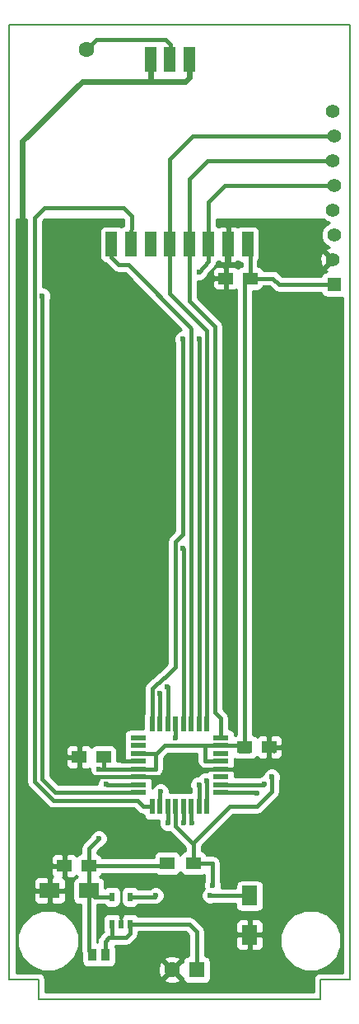
<source format=gbl>
G04 #@! TF.FileFunction,Copper,L2,Bot,Signal*
%FSLAX46Y46*%
G04 Gerber Fmt 4.6, Leading zero omitted, Abs format (unit mm)*
G04 Created by KiCad (PCBNEW 4.0.2-stable) date 15.03.2017 10:40:45*
%MOMM*%
G01*
G04 APERTURE LIST*
%ADD10C,0.100000*%
%ADD11C,0.150000*%
%ADD12C,1.397000*%
%ADD13R,1.397000X1.397000*%
%ADD14R,1.600000X0.550000*%
%ADD15R,0.550000X1.600000*%
%ADD16R,1.500000X1.250000*%
%ADD17R,1.500000X1.300000*%
%ADD18C,1.600000*%
%ADD19R,1.600000X1.600000*%
%ADD20R,1.200000X2.524000*%
%ADD21R,1.600000X2.000000*%
%ADD22R,2.000000X1.600000*%
%ADD23R,0.600000X0.900000*%
%ADD24R,0.970000X1.270000*%
%ADD25C,0.600000*%
%ADD26C,0.400000*%
%ADD27C,0.250000*%
%ADD28C,0.600000*%
%ADD29C,0.254000*%
G04 APERTURE END LIST*
D10*
D11*
X166000000Y-128000000D02*
X166000000Y-30000000D01*
X131000000Y-30000000D02*
X131000000Y-128000000D01*
X131000000Y-30000000D02*
X166000000Y-30000000D01*
X134000000Y-128000000D02*
X131000000Y-128000000D01*
X166000000Y-128000000D02*
X163000000Y-128000000D01*
X134000000Y-130000000D02*
X134000000Y-128000000D01*
X163000000Y-130000000D02*
X134000000Y-130000000D01*
X163000000Y-128000000D02*
X163000000Y-130000000D01*
D12*
X164277040Y-49022000D03*
X164398960Y-46482000D03*
X164398960Y-51562000D03*
X164277040Y-43942000D03*
X164277040Y-54102000D03*
X164398960Y-41402000D03*
D13*
X164398960Y-56642000D03*
D12*
X164277040Y-38862000D03*
D14*
X144250000Y-108800000D03*
X144250000Y-108000000D03*
X144250000Y-107200000D03*
X144250000Y-106400000D03*
X144250000Y-105600000D03*
X144250000Y-104800000D03*
X144250000Y-104000000D03*
X144250000Y-103200000D03*
D15*
X145700000Y-101750000D03*
X146500000Y-101750000D03*
X147300000Y-101750000D03*
X148100000Y-101750000D03*
X148900000Y-101750000D03*
X149700000Y-101750000D03*
X150500000Y-101750000D03*
X151300000Y-101750000D03*
D14*
X152750000Y-103200000D03*
X152750000Y-104000000D03*
X152750000Y-104800000D03*
X152750000Y-105600000D03*
X152750000Y-106400000D03*
X152750000Y-107200000D03*
X152750000Y-108000000D03*
X152750000Y-108800000D03*
D15*
X151300000Y-110250000D03*
X150500000Y-110250000D03*
X149700000Y-110250000D03*
X148900000Y-110250000D03*
X148100000Y-110250000D03*
X147300000Y-110250000D03*
X146500000Y-110250000D03*
X145700000Y-110250000D03*
D16*
X140696000Y-105156000D03*
X138196000Y-105156000D03*
X155750000Y-56000000D03*
X153250000Y-56000000D03*
X155214000Y-104140000D03*
X157714000Y-104140000D03*
D17*
X147240000Y-116078000D03*
X149940000Y-116078000D03*
D18*
X138938000Y-32512000D03*
D19*
X150270000Y-127000000D03*
D18*
X147730000Y-127000000D03*
D20*
X155500000Y-52500000D03*
X153500000Y-52500000D03*
X151500000Y-52500000D03*
X149500000Y-52500000D03*
X147500000Y-52500000D03*
X145500000Y-52500000D03*
X143500000Y-52500000D03*
X141500000Y-52500000D03*
X147500000Y-33500000D03*
X149500000Y-33500000D03*
X145500000Y-33500000D03*
D21*
X155702000Y-119412000D03*
X155702000Y-123412000D03*
D22*
X139160000Y-118872000D03*
X135160000Y-118872000D03*
D16*
X139172000Y-116332000D03*
X136672000Y-116332000D03*
D23*
X141544000Y-119504000D03*
X142494000Y-122304000D03*
X143444000Y-119504000D03*
X141544000Y-122304000D03*
X143444000Y-122304000D03*
D24*
X140848000Y-125476000D03*
X139568000Y-125476000D03*
D25*
X153289000Y-58547000D03*
X145542000Y-35814000D03*
X140208000Y-113538000D03*
X140208000Y-106426000D03*
X150495000Y-55372000D03*
X150495000Y-62230000D03*
X140970000Y-107950000D03*
X157226000Y-107950000D03*
X134366000Y-57785000D03*
X148844000Y-62230000D03*
X149733000Y-111950500D03*
X148907500Y-111950500D03*
X156464000Y-108839000D03*
X147256500Y-97917000D03*
X148844000Y-83756500D03*
X146494500Y-98615500D03*
X151257000Y-107569000D03*
X150495000Y-108013500D03*
X147320000Y-111950500D03*
X146558000Y-108712000D03*
X157988000Y-107188000D03*
X151892000Y-118364000D03*
X151638000Y-119380000D03*
X146050000Y-119380000D03*
X148082000Y-103187500D03*
D26*
X138938000Y-32512000D02*
X139954000Y-31496000D01*
X139954000Y-31496000D02*
X147066000Y-31496000D01*
X147066000Y-31496000D02*
X147590000Y-32020000D01*
X147590000Y-32020000D02*
X147590000Y-33410000D01*
X147590000Y-33410000D02*
X147500000Y-33500000D01*
D27*
X147500000Y-33500000D02*
X147590000Y-32020000D01*
X147066000Y-31496000D02*
X139954000Y-31496000D01*
X147590000Y-32020000D02*
X147066000Y-31496000D01*
D26*
X153250000Y-56000000D02*
X153250000Y-58508000D01*
X153250000Y-58508000D02*
X153289000Y-58547000D01*
X151320500Y-106400000D02*
X147346000Y-106400000D01*
X147346000Y-106400000D02*
X146546000Y-107200000D01*
X152750000Y-106400000D02*
X151320500Y-106400000D01*
X146546000Y-107200000D02*
X144250000Y-107200000D01*
D28*
X145542000Y-35814000D02*
X149098000Y-35814000D01*
X149500000Y-35412000D02*
X149500000Y-33500000D01*
X149098000Y-35814000D02*
X149500000Y-35412000D01*
X145542000Y-35814000D02*
X145542000Y-33542000D01*
D27*
X145542000Y-33542000D02*
X145500000Y-33500000D01*
D26*
X136672000Y-116332000D02*
X135128000Y-116332000D01*
X135160000Y-116364000D02*
X135160000Y-118872000D01*
D27*
X135128000Y-116332000D02*
X135160000Y-116364000D01*
X145542000Y-35766000D02*
X145590000Y-35766000D01*
D28*
X132334000Y-41910000D02*
X132334000Y-50800000D01*
X138478000Y-35766000D02*
X132334000Y-41910000D01*
X145590000Y-35766000D02*
X138478000Y-35766000D01*
D27*
X145542000Y-35814000D02*
X145542000Y-35766000D01*
D26*
X144250000Y-107200000D02*
X138696000Y-107200000D01*
X138696000Y-107200000D02*
X138196000Y-106700000D01*
X138196000Y-106700000D02*
X138196000Y-105156000D01*
X144250000Y-105600000D02*
X142558000Y-105600000D01*
X142558000Y-105600000D02*
X142240000Y-105282000D01*
X142240000Y-105282000D02*
X142240000Y-104394000D01*
X142240000Y-104394000D02*
X141478000Y-103632000D01*
X141478000Y-103632000D02*
X138430000Y-103632000D01*
X138430000Y-103632000D02*
X138196000Y-103866000D01*
X138196000Y-103866000D02*
X138196000Y-105156000D01*
X152750000Y-106400000D02*
X156438000Y-106400000D01*
X157714000Y-105124000D02*
X157714000Y-104140000D01*
X156438000Y-106400000D02*
X157714000Y-105124000D01*
D27*
X158216000Y-104642000D02*
X157714000Y-104140000D01*
X155702000Y-123412000D02*
X154972000Y-123412000D01*
X145500000Y-33500000D02*
X145410000Y-33568000D01*
X145410000Y-33568000D02*
X145622000Y-33356000D01*
X138196000Y-105156000D02*
X138196000Y-105320000D01*
X157714000Y-104140000D02*
X157714000Y-103944000D01*
X149500000Y-33500000D02*
X149410000Y-33356000D01*
X157714000Y-104140000D02*
X157714000Y-104344000D01*
X153416000Y-52416000D02*
X153500000Y-52500000D01*
X153250000Y-56000000D02*
X153250000Y-52750000D01*
X153250000Y-52750000D02*
X153500000Y-52500000D01*
X140696000Y-106426000D02*
X140716000Y-106426000D01*
D26*
X140696000Y-105156000D02*
X140696000Y-106426000D01*
X140716000Y-106426000D02*
X141986000Y-106426000D01*
X140208000Y-106426000D02*
X140716000Y-106426000D01*
X139172000Y-114574000D02*
X140208000Y-113538000D01*
X139172000Y-116332000D02*
X139172000Y-114574000D01*
D27*
X141986000Y-106426000D02*
X141986000Y-106400000D01*
X140696000Y-105156000D02*
X140696000Y-105390000D01*
D26*
X141986000Y-106400000D02*
X144250000Y-106400000D01*
X152750000Y-104000000D02*
X155074000Y-104000000D01*
D27*
X155074000Y-104000000D02*
X155214000Y-104140000D01*
D26*
X155214000Y-104140000D02*
X155214000Y-56536000D01*
D27*
X155214000Y-56536000D02*
X155750000Y-56000000D01*
D26*
X155750000Y-56000000D02*
X158108000Y-56000000D01*
X158750000Y-56642000D02*
X164398960Y-56642000D01*
X158108000Y-56000000D02*
X158750000Y-56642000D01*
X141544000Y-119504000D02*
X139792000Y-119504000D01*
D27*
X139792000Y-119504000D02*
X139160000Y-118872000D01*
D26*
X139160000Y-118872000D02*
X139160000Y-125068000D01*
X139160000Y-125068000D02*
X139568000Y-125476000D01*
X139172000Y-116332000D02*
X139172000Y-118860000D01*
D27*
X139172000Y-118860000D02*
X139160000Y-118872000D01*
X147240000Y-116078000D02*
X147240000Y-116412000D01*
D26*
X147240000Y-116412000D02*
X146304000Y-116332000D01*
X146304000Y-116332000D02*
X139172000Y-116332000D01*
X152750000Y-104000000D02*
X151270000Y-104000000D01*
D27*
X151270000Y-104000000D02*
X151130000Y-104140000D01*
D26*
X151130000Y-104140000D02*
X151130000Y-105410000D01*
X151320000Y-105600000D02*
X152750000Y-105600000D01*
D27*
X151130000Y-105410000D02*
X151320000Y-105600000D01*
D26*
X152750000Y-105600000D02*
X151194000Y-105600000D01*
X151194000Y-105600000D02*
X151130000Y-105536000D01*
X151130000Y-105536000D02*
X151130000Y-104140000D01*
X152750000Y-104000000D02*
X146952000Y-104000000D01*
X146952000Y-104000000D02*
X146050000Y-104902000D01*
X144250000Y-106400000D02*
X146024000Y-106400000D01*
D27*
X146024000Y-106400000D02*
X146050000Y-106374000D01*
D26*
X146050000Y-106374000D02*
X146050000Y-104902000D01*
X145948000Y-104800000D02*
X144250000Y-104800000D01*
D27*
X146050000Y-104902000D02*
X145948000Y-104800000D01*
X140696000Y-105156000D02*
X140696000Y-104772000D01*
X154686000Y-104648000D02*
X155702000Y-104648000D01*
X154638000Y-104600000D02*
X154686000Y-104648000D01*
D26*
X155750000Y-56000000D02*
X155750000Y-52750000D01*
D27*
X155750000Y-52750000D02*
X155500000Y-52500000D01*
D26*
X149500000Y-52500000D02*
X149500000Y-58314000D01*
X149500000Y-58314000D02*
X152146000Y-60960000D01*
X152146000Y-60960000D02*
X152146000Y-100584000D01*
X152750000Y-101188000D02*
X152750000Y-103200000D01*
X152146000Y-100584000D02*
X152750000Y-101188000D01*
X149500000Y-52500000D02*
X149500000Y-45826000D01*
X151384000Y-43942000D02*
X164277040Y-43942000D01*
X149500000Y-45826000D02*
X151384000Y-43942000D01*
X150500000Y-101750000D02*
X150500000Y-62235000D01*
X150500000Y-62235000D02*
X150495000Y-62230000D01*
X150431500Y-101681500D02*
X150500000Y-101750000D01*
X164398960Y-46482000D02*
X153162000Y-46482000D01*
X151500000Y-48144000D02*
X151500000Y-52500000D01*
X153162000Y-46482000D02*
X151500000Y-48144000D01*
X151500000Y-52500000D02*
X151500000Y-54240000D01*
X151500000Y-54240000D02*
X150495000Y-55372000D01*
D27*
X151410000Y-52036000D02*
X151500000Y-52500000D01*
X150495000Y-55372000D02*
X150495000Y-55372000D01*
D26*
X147500000Y-52500000D02*
X147500000Y-43762000D01*
X149860000Y-41402000D02*
X164398960Y-41402000D01*
X147500000Y-43762000D02*
X149860000Y-41402000D01*
X151300000Y-101750000D02*
X151300000Y-61384000D01*
X147500000Y-57584000D02*
X147500000Y-52500000D01*
X151300000Y-61384000D02*
X147500000Y-57584000D01*
X133604000Y-107188000D02*
X133604000Y-107696000D01*
X144145000Y-109601000D02*
X144794000Y-110250000D01*
X135509000Y-109601000D02*
X144145000Y-109601000D01*
X133604000Y-107696000D02*
X135509000Y-109601000D01*
X143500000Y-52500000D02*
X143590000Y-49610000D01*
X134620000Y-48768000D02*
X133604000Y-49784000D01*
X142748000Y-48768000D02*
X134620000Y-48768000D01*
X143590000Y-49610000D02*
X142748000Y-48768000D01*
X144794000Y-110250000D02*
X145700000Y-110250000D01*
X133604000Y-49784000D02*
X133604000Y-107188000D01*
X149700000Y-101750000D02*
X149700000Y-61181000D01*
X149700000Y-61181000D02*
X149573000Y-61054000D01*
X149573000Y-61054000D02*
X143256000Y-54610000D01*
X143256000Y-54610000D02*
X142240000Y-54610000D01*
X142240000Y-54610000D02*
X141500000Y-53870000D01*
X141500000Y-53870000D02*
X141500000Y-52500000D01*
D27*
X140970000Y-107950000D02*
X141020000Y-108000000D01*
D26*
X141020000Y-108000000D02*
X144250000Y-108000000D01*
X157176000Y-108000000D02*
X152750000Y-108000000D01*
X157226000Y-107950000D02*
X157176000Y-108000000D01*
X144250000Y-108800000D02*
X135724000Y-108800000D01*
X134366000Y-107442000D02*
X134366000Y-57785000D01*
X135724000Y-108800000D02*
X134366000Y-107442000D01*
X146925596Y-97013418D02*
X146953582Y-97013418D01*
X148082000Y-95885000D02*
X148082000Y-83058000D01*
X146953582Y-97013418D02*
X148082000Y-95885000D01*
X148844000Y-76200000D02*
X148844000Y-82296000D01*
X148844000Y-82296000D02*
X148082000Y-83058000D01*
X148844000Y-62230000D02*
X148844000Y-76200000D01*
X145700000Y-98140000D02*
X145700000Y-101750000D01*
X146925596Y-97013418D02*
X145700000Y-98140000D01*
X149700000Y-111917500D02*
X149700000Y-110250000D01*
X149733000Y-111950500D02*
X149700000Y-111917500D01*
X148907500Y-111950500D02*
X148900000Y-111943000D01*
X148900000Y-111943000D02*
X148900000Y-110250000D01*
X156425000Y-108800000D02*
X152750000Y-108800000D01*
X156464000Y-108839000D02*
X156425000Y-108800000D01*
X147256500Y-97917000D02*
X147300000Y-97960500D01*
X147300000Y-97960500D02*
X147300000Y-101750000D01*
X148900000Y-83812500D02*
X148900000Y-101750000D01*
X148844000Y-83756500D02*
X148900000Y-83812500D01*
X146494500Y-98615500D02*
X146500000Y-98621000D01*
X146500000Y-98621000D02*
X146500000Y-101750000D01*
X151257000Y-107569000D02*
X151300000Y-107612000D01*
X151300000Y-107612000D02*
X151300000Y-110250000D01*
X151257000Y-110207000D02*
X151300000Y-110250000D01*
X150500000Y-108209000D02*
X150500000Y-110250000D01*
X150495000Y-108013500D02*
X150500000Y-108209000D01*
X147300000Y-111930500D02*
X147300000Y-110250000D01*
D27*
X147320000Y-111950500D02*
X147300000Y-111930500D01*
D26*
X146500000Y-108770000D02*
X146500000Y-110250000D01*
D27*
X146558000Y-108712000D02*
X146500000Y-108770000D01*
X149940000Y-113966000D02*
X149940000Y-114126000D01*
D26*
X153670000Y-110236000D02*
X149940000Y-113966000D01*
X156464000Y-110236000D02*
X153670000Y-110236000D01*
X157988000Y-108712000D02*
X156464000Y-110236000D01*
X157988000Y-107188000D02*
X157988000Y-108712000D01*
X149940000Y-116078000D02*
X151892000Y-116078000D01*
X151892000Y-116078000D02*
X151892000Y-118364000D01*
X149940000Y-116078000D02*
X149940000Y-114126000D01*
X148100000Y-112286000D02*
X148100000Y-110250000D01*
X149940000Y-114126000D02*
X148100000Y-112286000D01*
X141544000Y-122304000D02*
X141544000Y-123698000D01*
X141544000Y-123698000D02*
X141478000Y-123698000D01*
X143444000Y-122304000D02*
X143444000Y-123256000D01*
X140848000Y-124074000D02*
X140848000Y-125476000D01*
X141224000Y-123698000D02*
X140848000Y-124074000D01*
X143002000Y-123698000D02*
X141478000Y-123698000D01*
X141478000Y-123698000D02*
X141224000Y-123698000D01*
X143444000Y-123256000D02*
X143002000Y-123698000D01*
X150270000Y-127000000D02*
X150270000Y-123092000D01*
X150270000Y-123092000D02*
X149482000Y-122304000D01*
X149482000Y-122304000D02*
X143444000Y-122304000D01*
X155702000Y-119412000D02*
X151670000Y-119412000D01*
D27*
X151670000Y-119412000D02*
X151638000Y-119380000D01*
D26*
X143444000Y-119504000D02*
X145926000Y-119504000D01*
D27*
X145926000Y-119504000D02*
X146050000Y-119380000D01*
D26*
X148100000Y-101750000D02*
X148100000Y-103169500D01*
X148100000Y-103169500D02*
X148082000Y-103187500D01*
D29*
G36*
X132769000Y-107696000D02*
X132832561Y-108015541D01*
X132964792Y-108213439D01*
X133013566Y-108286434D01*
X134918566Y-110191434D01*
X135189459Y-110372439D01*
X135509000Y-110436000D01*
X143799132Y-110436000D01*
X144203566Y-110840434D01*
X144474460Y-111021440D01*
X144783763Y-111082964D01*
X144821838Y-111285317D01*
X144960910Y-111501441D01*
X145173110Y-111646431D01*
X145425000Y-111697440D01*
X145975000Y-111697440D01*
X146104589Y-111673056D01*
X146225000Y-111697440D01*
X146412676Y-111697440D01*
X146385162Y-111763701D01*
X146384838Y-112135667D01*
X146526883Y-112479443D01*
X146789673Y-112742692D01*
X147133201Y-112885338D01*
X147505167Y-112885662D01*
X147514810Y-112881678D01*
X149105000Y-114471868D01*
X149105000Y-114796554D01*
X148954683Y-114824838D01*
X148738559Y-114963910D01*
X148593569Y-115176110D01*
X148590919Y-115189197D01*
X148454090Y-114976559D01*
X148241890Y-114831569D01*
X147990000Y-114780560D01*
X146490000Y-114780560D01*
X146254683Y-114824838D01*
X146038559Y-114963910D01*
X145893569Y-115176110D01*
X145842560Y-115428000D01*
X145842560Y-115497000D01*
X140529926Y-115497000D01*
X140525162Y-115471683D01*
X140386090Y-115255559D01*
X140173890Y-115110569D01*
X140007000Y-115076773D01*
X140007000Y-114919868D01*
X140496333Y-114430535D01*
X140736943Y-114331117D01*
X141000192Y-114068327D01*
X141142838Y-113724799D01*
X141143162Y-113352833D01*
X141001117Y-113009057D01*
X140738327Y-112745808D01*
X140394799Y-112603162D01*
X140022833Y-112602838D01*
X139679057Y-112744883D01*
X139415808Y-113007673D01*
X139315222Y-113249910D01*
X138581566Y-113983566D01*
X138400561Y-114254459D01*
X138337000Y-114574000D01*
X138337000Y-115075554D01*
X138186683Y-115103838D01*
X137970559Y-115242910D01*
X137924031Y-115311006D01*
X137781698Y-115168673D01*
X137548309Y-115072000D01*
X136957750Y-115072000D01*
X136799000Y-115230750D01*
X136799000Y-116205000D01*
X136819000Y-116205000D01*
X136819000Y-116459000D01*
X136799000Y-116459000D01*
X136799000Y-117433250D01*
X136957750Y-117592000D01*
X137548309Y-117592000D01*
X137781698Y-117495327D01*
X137922936Y-117354090D01*
X137957910Y-117408441D01*
X138020043Y-117450895D01*
X137924683Y-117468838D01*
X137708559Y-117607910D01*
X137563569Y-117820110D01*
X137512560Y-118072000D01*
X137512560Y-119672000D01*
X137556838Y-119907317D01*
X137695910Y-120123441D01*
X137908110Y-120268431D01*
X138160000Y-120319440D01*
X138325000Y-120319440D01*
X138325000Y-125068000D01*
X138388561Y-125387541D01*
X138435560Y-125457880D01*
X138435560Y-126111000D01*
X138479838Y-126346317D01*
X138618910Y-126562441D01*
X138831110Y-126707431D01*
X139083000Y-126758440D01*
X140053000Y-126758440D01*
X140213690Y-126728204D01*
X140363000Y-126758440D01*
X141333000Y-126758440D01*
X141568317Y-126714162D01*
X141784441Y-126575090D01*
X141929431Y-126362890D01*
X141980440Y-126111000D01*
X141980440Y-125992255D01*
X146901861Y-125992255D01*
X147730000Y-126820395D01*
X148558139Y-125992255D01*
X148484005Y-125746136D01*
X147946777Y-125553035D01*
X147376546Y-125580222D01*
X146975995Y-125746136D01*
X146901861Y-125992255D01*
X141980440Y-125992255D01*
X141980440Y-124841000D01*
X141936162Y-124605683D01*
X141889392Y-124533000D01*
X143002000Y-124533000D01*
X143321541Y-124469439D01*
X143592434Y-124288434D01*
X144034434Y-123846434D01*
X144133614Y-123698000D01*
X144215439Y-123575541D01*
X144279000Y-123256000D01*
X144279000Y-123139000D01*
X149136132Y-123139000D01*
X149435000Y-123437868D01*
X149435000Y-125559146D01*
X149234683Y-125596838D01*
X149018559Y-125735910D01*
X148873569Y-125948110D01*
X148823055Y-126197557D01*
X148737745Y-126171861D01*
X147909605Y-127000000D01*
X148737745Y-127828139D01*
X148823022Y-127802453D01*
X148866838Y-128035317D01*
X149005910Y-128251441D01*
X149218110Y-128396431D01*
X149470000Y-128447440D01*
X151070000Y-128447440D01*
X151305317Y-128403162D01*
X151521441Y-128264090D01*
X151666431Y-128051890D01*
X151717440Y-127800000D01*
X151717440Y-126200000D01*
X151673162Y-125964683D01*
X151534090Y-125748559D01*
X151321890Y-125603569D01*
X151105000Y-125559648D01*
X151105000Y-123697750D01*
X154267000Y-123697750D01*
X154267000Y-124538309D01*
X154363673Y-124771698D01*
X154542301Y-124950327D01*
X154775690Y-125047000D01*
X155416250Y-125047000D01*
X155575000Y-124888250D01*
X155575000Y-123539000D01*
X155829000Y-123539000D01*
X155829000Y-124888250D01*
X155987750Y-125047000D01*
X156628310Y-125047000D01*
X156861699Y-124950327D01*
X157040327Y-124771698D01*
X157102808Y-124620854D01*
X158864457Y-124620854D01*
X159340727Y-125773515D01*
X160221847Y-126656174D01*
X161373674Y-127134454D01*
X162620854Y-127135543D01*
X163773515Y-126659273D01*
X164656174Y-125778153D01*
X165134454Y-124626326D01*
X165135543Y-123379146D01*
X164659273Y-122226485D01*
X163778153Y-121343826D01*
X162626326Y-120865546D01*
X161379146Y-120864457D01*
X160226485Y-121340727D01*
X159343826Y-122221847D01*
X158865546Y-123373674D01*
X158864457Y-124620854D01*
X157102808Y-124620854D01*
X157137000Y-124538309D01*
X157137000Y-123697750D01*
X156978250Y-123539000D01*
X155829000Y-123539000D01*
X155575000Y-123539000D01*
X154425750Y-123539000D01*
X154267000Y-123697750D01*
X151105000Y-123697750D01*
X151105000Y-123092000D01*
X151041439Y-122772459D01*
X150860434Y-122501566D01*
X150644559Y-122285691D01*
X154267000Y-122285691D01*
X154267000Y-123126250D01*
X154425750Y-123285000D01*
X155575000Y-123285000D01*
X155575000Y-121935750D01*
X155829000Y-121935750D01*
X155829000Y-123285000D01*
X156978250Y-123285000D01*
X157137000Y-123126250D01*
X157137000Y-122285691D01*
X157040327Y-122052302D01*
X156861699Y-121873673D01*
X156628310Y-121777000D01*
X155987750Y-121777000D01*
X155829000Y-121935750D01*
X155575000Y-121935750D01*
X155416250Y-121777000D01*
X154775690Y-121777000D01*
X154542301Y-121873673D01*
X154363673Y-122052302D01*
X154267000Y-122285691D01*
X150644559Y-122285691D01*
X150072434Y-121713566D01*
X149801541Y-121532561D01*
X149482000Y-121469000D01*
X144250844Y-121469000D01*
X144208090Y-121402559D01*
X143995890Y-121257569D01*
X143744000Y-121206560D01*
X143144000Y-121206560D01*
X142969531Y-121239389D01*
X142920309Y-121219000D01*
X142779750Y-121219000D01*
X142621000Y-121377750D01*
X142621000Y-121494640D01*
X142547569Y-121602110D01*
X142496560Y-121854000D01*
X142496560Y-122451000D01*
X142491440Y-122451000D01*
X142491440Y-121854000D01*
X142447162Y-121618683D01*
X142367000Y-121494108D01*
X142367000Y-121377750D01*
X142208250Y-121219000D01*
X142067691Y-121219000D01*
X142014411Y-121241069D01*
X141844000Y-121206560D01*
X141244000Y-121206560D01*
X141008683Y-121250838D01*
X140792559Y-121389910D01*
X140647569Y-121602110D01*
X140596560Y-121854000D01*
X140596560Y-122754000D01*
X140640838Y-122989317D01*
X140691863Y-123068613D01*
X140656862Y-123092000D01*
X140633566Y-123107566D01*
X140257566Y-123483566D01*
X140076561Y-123754459D01*
X140013000Y-124074000D01*
X140013000Y-124193560D01*
X139995000Y-124193560D01*
X139995000Y-120339000D01*
X140737156Y-120339000D01*
X140779910Y-120405441D01*
X140992110Y-120550431D01*
X141244000Y-120601440D01*
X141844000Y-120601440D01*
X142079317Y-120557162D01*
X142295441Y-120418090D01*
X142440431Y-120205890D01*
X142491440Y-119954000D01*
X142491440Y-119054000D01*
X142496560Y-119054000D01*
X142496560Y-119954000D01*
X142540838Y-120189317D01*
X142679910Y-120405441D01*
X142892110Y-120550431D01*
X143144000Y-120601440D01*
X143744000Y-120601440D01*
X143979317Y-120557162D01*
X144195441Y-120418090D01*
X144249481Y-120339000D01*
X145926000Y-120339000D01*
X146046667Y-120314998D01*
X146235167Y-120315162D01*
X146578943Y-120173117D01*
X146842192Y-119910327D01*
X146984838Y-119566799D01*
X146985162Y-119194833D01*
X146843117Y-118851057D01*
X146580327Y-118587808D01*
X146236799Y-118445162D01*
X145864833Y-118444838D01*
X145521057Y-118586883D01*
X145438797Y-118669000D01*
X144250844Y-118669000D01*
X144208090Y-118602559D01*
X143995890Y-118457569D01*
X143744000Y-118406560D01*
X143144000Y-118406560D01*
X142908683Y-118450838D01*
X142692559Y-118589910D01*
X142547569Y-118802110D01*
X142496560Y-119054000D01*
X142491440Y-119054000D01*
X142447162Y-118818683D01*
X142308090Y-118602559D01*
X142095890Y-118457569D01*
X141844000Y-118406560D01*
X141244000Y-118406560D01*
X141008683Y-118450838D01*
X140807440Y-118580334D01*
X140807440Y-118072000D01*
X140763162Y-117836683D01*
X140624090Y-117620559D01*
X140411890Y-117475569D01*
X140318248Y-117456606D01*
X140373441Y-117421090D01*
X140518431Y-117208890D01*
X140526914Y-117167000D01*
X146017904Y-117167000D01*
X146025910Y-117179441D01*
X146238110Y-117324431D01*
X146490000Y-117375440D01*
X147990000Y-117375440D01*
X148225317Y-117331162D01*
X148441441Y-117192090D01*
X148586431Y-116979890D01*
X148589081Y-116966803D01*
X148725910Y-117179441D01*
X148938110Y-117324431D01*
X149190000Y-117375440D01*
X150690000Y-117375440D01*
X150925317Y-117331162D01*
X151057000Y-117246426D01*
X151057000Y-117936766D01*
X150957162Y-118177201D01*
X150956838Y-118549167D01*
X151012322Y-118683449D01*
X150845808Y-118849673D01*
X150703162Y-119193201D01*
X150702838Y-119565167D01*
X150844883Y-119908943D01*
X151107673Y-120172192D01*
X151451201Y-120314838D01*
X151823167Y-120315162D01*
X151988132Y-120247000D01*
X154254560Y-120247000D01*
X154254560Y-120412000D01*
X154298838Y-120647317D01*
X154437910Y-120863441D01*
X154650110Y-121008431D01*
X154902000Y-121059440D01*
X156502000Y-121059440D01*
X156737317Y-121015162D01*
X156953441Y-120876090D01*
X157098431Y-120663890D01*
X157149440Y-120412000D01*
X157149440Y-118412000D01*
X157105162Y-118176683D01*
X156966090Y-117960559D01*
X156753890Y-117815569D01*
X156502000Y-117764560D01*
X154902000Y-117764560D01*
X154666683Y-117808838D01*
X154450559Y-117947910D01*
X154305569Y-118160110D01*
X154254560Y-118412000D01*
X154254560Y-118577000D01*
X152815958Y-118577000D01*
X152826838Y-118550799D01*
X152827162Y-118178833D01*
X152727000Y-117936422D01*
X152727000Y-116078000D01*
X152663439Y-115758459D01*
X152482434Y-115487566D01*
X152211541Y-115306561D01*
X151892000Y-115243000D01*
X151302630Y-115243000D01*
X151293162Y-115192683D01*
X151154090Y-114976559D01*
X150941890Y-114831569D01*
X150775000Y-114797773D01*
X150775000Y-114311868D01*
X154015868Y-111071000D01*
X156464000Y-111071000D01*
X156783541Y-111007439D01*
X157054434Y-110826434D01*
X158578434Y-109302434D01*
X158592449Y-109281459D01*
X158759439Y-109031541D01*
X158823000Y-108712000D01*
X158823000Y-107615234D01*
X158922838Y-107374799D01*
X158923162Y-107002833D01*
X158781117Y-106659057D01*
X158518327Y-106395808D01*
X158174799Y-106253162D01*
X157802833Y-106252838D01*
X157459057Y-106394883D01*
X157195808Y-106657673D01*
X157053162Y-107001201D01*
X157053150Y-107014849D01*
X157040833Y-107014838D01*
X156697057Y-107156883D01*
X156688926Y-107165000D01*
X154197440Y-107165000D01*
X154197440Y-106925000D01*
X154177550Y-106819295D01*
X154185000Y-106801310D01*
X154185000Y-106685750D01*
X154088599Y-106589349D01*
X154014090Y-106473559D01*
X153906603Y-106400116D01*
X154001441Y-106339090D01*
X154090495Y-106208755D01*
X154185000Y-106114250D01*
X154185000Y-105998690D01*
X154176532Y-105978247D01*
X154197440Y-105875000D01*
X154197440Y-105351407D01*
X154212110Y-105361431D01*
X154464000Y-105412440D01*
X155964000Y-105412440D01*
X156199317Y-105368162D01*
X156415441Y-105229090D01*
X156461969Y-105160994D01*
X156604302Y-105303327D01*
X156837691Y-105400000D01*
X157428250Y-105400000D01*
X157587000Y-105241250D01*
X157587000Y-104267000D01*
X157841000Y-104267000D01*
X157841000Y-105241250D01*
X157999750Y-105400000D01*
X158590309Y-105400000D01*
X158823698Y-105303327D01*
X159002327Y-105124699D01*
X159099000Y-104891310D01*
X159099000Y-104425750D01*
X158940250Y-104267000D01*
X157841000Y-104267000D01*
X157587000Y-104267000D01*
X157567000Y-104267000D01*
X157567000Y-104013000D01*
X157587000Y-104013000D01*
X157587000Y-103038750D01*
X157841000Y-103038750D01*
X157841000Y-104013000D01*
X158940250Y-104013000D01*
X159099000Y-103854250D01*
X159099000Y-103388690D01*
X159002327Y-103155301D01*
X158823698Y-102976673D01*
X158590309Y-102880000D01*
X157999750Y-102880000D01*
X157841000Y-103038750D01*
X157587000Y-103038750D01*
X157428250Y-102880000D01*
X156837691Y-102880000D01*
X156604302Y-102976673D01*
X156463064Y-103117910D01*
X156428090Y-103063559D01*
X156215890Y-102918569D01*
X156049000Y-102884773D01*
X156049000Y-57272440D01*
X156500000Y-57272440D01*
X156735317Y-57228162D01*
X156951441Y-57089090D01*
X157096431Y-56876890D01*
X157104914Y-56835000D01*
X157762132Y-56835000D01*
X158159566Y-57232434D01*
X158430459Y-57413439D01*
X158750000Y-57477000D01*
X163078704Y-57477000D01*
X163097298Y-57575817D01*
X163236370Y-57791941D01*
X163448570Y-57936931D01*
X163700460Y-57987940D01*
X165097460Y-57987940D01*
X165227000Y-57963565D01*
X165227000Y-127290000D01*
X163000000Y-127290000D01*
X162728295Y-127344046D01*
X162497954Y-127497954D01*
X162344046Y-127728295D01*
X162290000Y-128000000D01*
X162290000Y-129290000D01*
X134710000Y-129290000D01*
X134710000Y-128007745D01*
X146901861Y-128007745D01*
X146975995Y-128253864D01*
X147513223Y-128446965D01*
X148083454Y-128419778D01*
X148484005Y-128253864D01*
X148558139Y-128007745D01*
X147730000Y-127179605D01*
X146901861Y-128007745D01*
X134710000Y-128007745D01*
X134710000Y-128000000D01*
X134655954Y-127728295D01*
X134502046Y-127497954D01*
X134271705Y-127344046D01*
X134000000Y-127290000D01*
X131710000Y-127290000D01*
X131710000Y-124620854D01*
X131864457Y-124620854D01*
X132340727Y-125773515D01*
X133221847Y-126656174D01*
X134373674Y-127134454D01*
X135620854Y-127135543D01*
X136473533Y-126783223D01*
X146283035Y-126783223D01*
X146310222Y-127353454D01*
X146476136Y-127754005D01*
X146722255Y-127828139D01*
X147550395Y-127000000D01*
X146722255Y-126171861D01*
X146476136Y-126245995D01*
X146283035Y-126783223D01*
X136473533Y-126783223D01*
X136773515Y-126659273D01*
X137656174Y-125778153D01*
X138134454Y-124626326D01*
X138135543Y-123379146D01*
X137659273Y-122226485D01*
X136778153Y-121343826D01*
X135626326Y-120865546D01*
X134379146Y-120864457D01*
X133226485Y-121340727D01*
X132343826Y-122221847D01*
X131865546Y-123373674D01*
X131864457Y-124620854D01*
X131710000Y-124620854D01*
X131710000Y-119157750D01*
X133525000Y-119157750D01*
X133525000Y-119798310D01*
X133621673Y-120031699D01*
X133800302Y-120210327D01*
X134033691Y-120307000D01*
X134874250Y-120307000D01*
X135033000Y-120148250D01*
X135033000Y-118999000D01*
X135287000Y-118999000D01*
X135287000Y-120148250D01*
X135445750Y-120307000D01*
X136286309Y-120307000D01*
X136519698Y-120210327D01*
X136698327Y-120031699D01*
X136795000Y-119798310D01*
X136795000Y-119157750D01*
X136636250Y-118999000D01*
X135287000Y-118999000D01*
X135033000Y-118999000D01*
X133683750Y-118999000D01*
X133525000Y-119157750D01*
X131710000Y-119157750D01*
X131710000Y-117945690D01*
X133525000Y-117945690D01*
X133525000Y-118586250D01*
X133683750Y-118745000D01*
X135033000Y-118745000D01*
X135033000Y-117595750D01*
X134874250Y-117437000D01*
X134033691Y-117437000D01*
X133800302Y-117533673D01*
X133621673Y-117712301D01*
X133525000Y-117945690D01*
X131710000Y-117945690D01*
X131710000Y-116617750D01*
X135287000Y-116617750D01*
X135287000Y-117083310D01*
X135383673Y-117316699D01*
X135503975Y-117437000D01*
X135445750Y-117437000D01*
X135287000Y-117595750D01*
X135287000Y-118745000D01*
X136636250Y-118745000D01*
X136795000Y-118586250D01*
X136795000Y-117945690D01*
X136698327Y-117712301D01*
X136519698Y-117533673D01*
X136466579Y-117511671D01*
X136545000Y-117433250D01*
X136545000Y-116459000D01*
X135445750Y-116459000D01*
X135287000Y-116617750D01*
X131710000Y-116617750D01*
X131710000Y-115580690D01*
X135287000Y-115580690D01*
X135287000Y-116046250D01*
X135445750Y-116205000D01*
X136545000Y-116205000D01*
X136545000Y-115230750D01*
X136386250Y-115072000D01*
X135795691Y-115072000D01*
X135562302Y-115168673D01*
X135383673Y-115347301D01*
X135287000Y-115580690D01*
X131710000Y-115580690D01*
X131710000Y-49911000D01*
X132769000Y-49911000D01*
X132769000Y-107696000D01*
X132769000Y-107696000D01*
G37*
X132769000Y-107696000D02*
X132832561Y-108015541D01*
X132964792Y-108213439D01*
X133013566Y-108286434D01*
X134918566Y-110191434D01*
X135189459Y-110372439D01*
X135509000Y-110436000D01*
X143799132Y-110436000D01*
X144203566Y-110840434D01*
X144474460Y-111021440D01*
X144783763Y-111082964D01*
X144821838Y-111285317D01*
X144960910Y-111501441D01*
X145173110Y-111646431D01*
X145425000Y-111697440D01*
X145975000Y-111697440D01*
X146104589Y-111673056D01*
X146225000Y-111697440D01*
X146412676Y-111697440D01*
X146385162Y-111763701D01*
X146384838Y-112135667D01*
X146526883Y-112479443D01*
X146789673Y-112742692D01*
X147133201Y-112885338D01*
X147505167Y-112885662D01*
X147514810Y-112881678D01*
X149105000Y-114471868D01*
X149105000Y-114796554D01*
X148954683Y-114824838D01*
X148738559Y-114963910D01*
X148593569Y-115176110D01*
X148590919Y-115189197D01*
X148454090Y-114976559D01*
X148241890Y-114831569D01*
X147990000Y-114780560D01*
X146490000Y-114780560D01*
X146254683Y-114824838D01*
X146038559Y-114963910D01*
X145893569Y-115176110D01*
X145842560Y-115428000D01*
X145842560Y-115497000D01*
X140529926Y-115497000D01*
X140525162Y-115471683D01*
X140386090Y-115255559D01*
X140173890Y-115110569D01*
X140007000Y-115076773D01*
X140007000Y-114919868D01*
X140496333Y-114430535D01*
X140736943Y-114331117D01*
X141000192Y-114068327D01*
X141142838Y-113724799D01*
X141143162Y-113352833D01*
X141001117Y-113009057D01*
X140738327Y-112745808D01*
X140394799Y-112603162D01*
X140022833Y-112602838D01*
X139679057Y-112744883D01*
X139415808Y-113007673D01*
X139315222Y-113249910D01*
X138581566Y-113983566D01*
X138400561Y-114254459D01*
X138337000Y-114574000D01*
X138337000Y-115075554D01*
X138186683Y-115103838D01*
X137970559Y-115242910D01*
X137924031Y-115311006D01*
X137781698Y-115168673D01*
X137548309Y-115072000D01*
X136957750Y-115072000D01*
X136799000Y-115230750D01*
X136799000Y-116205000D01*
X136819000Y-116205000D01*
X136819000Y-116459000D01*
X136799000Y-116459000D01*
X136799000Y-117433250D01*
X136957750Y-117592000D01*
X137548309Y-117592000D01*
X137781698Y-117495327D01*
X137922936Y-117354090D01*
X137957910Y-117408441D01*
X138020043Y-117450895D01*
X137924683Y-117468838D01*
X137708559Y-117607910D01*
X137563569Y-117820110D01*
X137512560Y-118072000D01*
X137512560Y-119672000D01*
X137556838Y-119907317D01*
X137695910Y-120123441D01*
X137908110Y-120268431D01*
X138160000Y-120319440D01*
X138325000Y-120319440D01*
X138325000Y-125068000D01*
X138388561Y-125387541D01*
X138435560Y-125457880D01*
X138435560Y-126111000D01*
X138479838Y-126346317D01*
X138618910Y-126562441D01*
X138831110Y-126707431D01*
X139083000Y-126758440D01*
X140053000Y-126758440D01*
X140213690Y-126728204D01*
X140363000Y-126758440D01*
X141333000Y-126758440D01*
X141568317Y-126714162D01*
X141784441Y-126575090D01*
X141929431Y-126362890D01*
X141980440Y-126111000D01*
X141980440Y-125992255D01*
X146901861Y-125992255D01*
X147730000Y-126820395D01*
X148558139Y-125992255D01*
X148484005Y-125746136D01*
X147946777Y-125553035D01*
X147376546Y-125580222D01*
X146975995Y-125746136D01*
X146901861Y-125992255D01*
X141980440Y-125992255D01*
X141980440Y-124841000D01*
X141936162Y-124605683D01*
X141889392Y-124533000D01*
X143002000Y-124533000D01*
X143321541Y-124469439D01*
X143592434Y-124288434D01*
X144034434Y-123846434D01*
X144133614Y-123698000D01*
X144215439Y-123575541D01*
X144279000Y-123256000D01*
X144279000Y-123139000D01*
X149136132Y-123139000D01*
X149435000Y-123437868D01*
X149435000Y-125559146D01*
X149234683Y-125596838D01*
X149018559Y-125735910D01*
X148873569Y-125948110D01*
X148823055Y-126197557D01*
X148737745Y-126171861D01*
X147909605Y-127000000D01*
X148737745Y-127828139D01*
X148823022Y-127802453D01*
X148866838Y-128035317D01*
X149005910Y-128251441D01*
X149218110Y-128396431D01*
X149470000Y-128447440D01*
X151070000Y-128447440D01*
X151305317Y-128403162D01*
X151521441Y-128264090D01*
X151666431Y-128051890D01*
X151717440Y-127800000D01*
X151717440Y-126200000D01*
X151673162Y-125964683D01*
X151534090Y-125748559D01*
X151321890Y-125603569D01*
X151105000Y-125559648D01*
X151105000Y-123697750D01*
X154267000Y-123697750D01*
X154267000Y-124538309D01*
X154363673Y-124771698D01*
X154542301Y-124950327D01*
X154775690Y-125047000D01*
X155416250Y-125047000D01*
X155575000Y-124888250D01*
X155575000Y-123539000D01*
X155829000Y-123539000D01*
X155829000Y-124888250D01*
X155987750Y-125047000D01*
X156628310Y-125047000D01*
X156861699Y-124950327D01*
X157040327Y-124771698D01*
X157102808Y-124620854D01*
X158864457Y-124620854D01*
X159340727Y-125773515D01*
X160221847Y-126656174D01*
X161373674Y-127134454D01*
X162620854Y-127135543D01*
X163773515Y-126659273D01*
X164656174Y-125778153D01*
X165134454Y-124626326D01*
X165135543Y-123379146D01*
X164659273Y-122226485D01*
X163778153Y-121343826D01*
X162626326Y-120865546D01*
X161379146Y-120864457D01*
X160226485Y-121340727D01*
X159343826Y-122221847D01*
X158865546Y-123373674D01*
X158864457Y-124620854D01*
X157102808Y-124620854D01*
X157137000Y-124538309D01*
X157137000Y-123697750D01*
X156978250Y-123539000D01*
X155829000Y-123539000D01*
X155575000Y-123539000D01*
X154425750Y-123539000D01*
X154267000Y-123697750D01*
X151105000Y-123697750D01*
X151105000Y-123092000D01*
X151041439Y-122772459D01*
X150860434Y-122501566D01*
X150644559Y-122285691D01*
X154267000Y-122285691D01*
X154267000Y-123126250D01*
X154425750Y-123285000D01*
X155575000Y-123285000D01*
X155575000Y-121935750D01*
X155829000Y-121935750D01*
X155829000Y-123285000D01*
X156978250Y-123285000D01*
X157137000Y-123126250D01*
X157137000Y-122285691D01*
X157040327Y-122052302D01*
X156861699Y-121873673D01*
X156628310Y-121777000D01*
X155987750Y-121777000D01*
X155829000Y-121935750D01*
X155575000Y-121935750D01*
X155416250Y-121777000D01*
X154775690Y-121777000D01*
X154542301Y-121873673D01*
X154363673Y-122052302D01*
X154267000Y-122285691D01*
X150644559Y-122285691D01*
X150072434Y-121713566D01*
X149801541Y-121532561D01*
X149482000Y-121469000D01*
X144250844Y-121469000D01*
X144208090Y-121402559D01*
X143995890Y-121257569D01*
X143744000Y-121206560D01*
X143144000Y-121206560D01*
X142969531Y-121239389D01*
X142920309Y-121219000D01*
X142779750Y-121219000D01*
X142621000Y-121377750D01*
X142621000Y-121494640D01*
X142547569Y-121602110D01*
X142496560Y-121854000D01*
X142496560Y-122451000D01*
X142491440Y-122451000D01*
X142491440Y-121854000D01*
X142447162Y-121618683D01*
X142367000Y-121494108D01*
X142367000Y-121377750D01*
X142208250Y-121219000D01*
X142067691Y-121219000D01*
X142014411Y-121241069D01*
X141844000Y-121206560D01*
X141244000Y-121206560D01*
X141008683Y-121250838D01*
X140792559Y-121389910D01*
X140647569Y-121602110D01*
X140596560Y-121854000D01*
X140596560Y-122754000D01*
X140640838Y-122989317D01*
X140691863Y-123068613D01*
X140656862Y-123092000D01*
X140633566Y-123107566D01*
X140257566Y-123483566D01*
X140076561Y-123754459D01*
X140013000Y-124074000D01*
X140013000Y-124193560D01*
X139995000Y-124193560D01*
X139995000Y-120339000D01*
X140737156Y-120339000D01*
X140779910Y-120405441D01*
X140992110Y-120550431D01*
X141244000Y-120601440D01*
X141844000Y-120601440D01*
X142079317Y-120557162D01*
X142295441Y-120418090D01*
X142440431Y-120205890D01*
X142491440Y-119954000D01*
X142491440Y-119054000D01*
X142496560Y-119054000D01*
X142496560Y-119954000D01*
X142540838Y-120189317D01*
X142679910Y-120405441D01*
X142892110Y-120550431D01*
X143144000Y-120601440D01*
X143744000Y-120601440D01*
X143979317Y-120557162D01*
X144195441Y-120418090D01*
X144249481Y-120339000D01*
X145926000Y-120339000D01*
X146046667Y-120314998D01*
X146235167Y-120315162D01*
X146578943Y-120173117D01*
X146842192Y-119910327D01*
X146984838Y-119566799D01*
X146985162Y-119194833D01*
X146843117Y-118851057D01*
X146580327Y-118587808D01*
X146236799Y-118445162D01*
X145864833Y-118444838D01*
X145521057Y-118586883D01*
X145438797Y-118669000D01*
X144250844Y-118669000D01*
X144208090Y-118602559D01*
X143995890Y-118457569D01*
X143744000Y-118406560D01*
X143144000Y-118406560D01*
X142908683Y-118450838D01*
X142692559Y-118589910D01*
X142547569Y-118802110D01*
X142496560Y-119054000D01*
X142491440Y-119054000D01*
X142447162Y-118818683D01*
X142308090Y-118602559D01*
X142095890Y-118457569D01*
X141844000Y-118406560D01*
X141244000Y-118406560D01*
X141008683Y-118450838D01*
X140807440Y-118580334D01*
X140807440Y-118072000D01*
X140763162Y-117836683D01*
X140624090Y-117620559D01*
X140411890Y-117475569D01*
X140318248Y-117456606D01*
X140373441Y-117421090D01*
X140518431Y-117208890D01*
X140526914Y-117167000D01*
X146017904Y-117167000D01*
X146025910Y-117179441D01*
X146238110Y-117324431D01*
X146490000Y-117375440D01*
X147990000Y-117375440D01*
X148225317Y-117331162D01*
X148441441Y-117192090D01*
X148586431Y-116979890D01*
X148589081Y-116966803D01*
X148725910Y-117179441D01*
X148938110Y-117324431D01*
X149190000Y-117375440D01*
X150690000Y-117375440D01*
X150925317Y-117331162D01*
X151057000Y-117246426D01*
X151057000Y-117936766D01*
X150957162Y-118177201D01*
X150956838Y-118549167D01*
X151012322Y-118683449D01*
X150845808Y-118849673D01*
X150703162Y-119193201D01*
X150702838Y-119565167D01*
X150844883Y-119908943D01*
X151107673Y-120172192D01*
X151451201Y-120314838D01*
X151823167Y-120315162D01*
X151988132Y-120247000D01*
X154254560Y-120247000D01*
X154254560Y-120412000D01*
X154298838Y-120647317D01*
X154437910Y-120863441D01*
X154650110Y-121008431D01*
X154902000Y-121059440D01*
X156502000Y-121059440D01*
X156737317Y-121015162D01*
X156953441Y-120876090D01*
X157098431Y-120663890D01*
X157149440Y-120412000D01*
X157149440Y-118412000D01*
X157105162Y-118176683D01*
X156966090Y-117960559D01*
X156753890Y-117815569D01*
X156502000Y-117764560D01*
X154902000Y-117764560D01*
X154666683Y-117808838D01*
X154450559Y-117947910D01*
X154305569Y-118160110D01*
X154254560Y-118412000D01*
X154254560Y-118577000D01*
X152815958Y-118577000D01*
X152826838Y-118550799D01*
X152827162Y-118178833D01*
X152727000Y-117936422D01*
X152727000Y-116078000D01*
X152663439Y-115758459D01*
X152482434Y-115487566D01*
X152211541Y-115306561D01*
X151892000Y-115243000D01*
X151302630Y-115243000D01*
X151293162Y-115192683D01*
X151154090Y-114976559D01*
X150941890Y-114831569D01*
X150775000Y-114797773D01*
X150775000Y-114311868D01*
X154015868Y-111071000D01*
X156464000Y-111071000D01*
X156783541Y-111007439D01*
X157054434Y-110826434D01*
X158578434Y-109302434D01*
X158592449Y-109281459D01*
X158759439Y-109031541D01*
X158823000Y-108712000D01*
X158823000Y-107615234D01*
X158922838Y-107374799D01*
X158923162Y-107002833D01*
X158781117Y-106659057D01*
X158518327Y-106395808D01*
X158174799Y-106253162D01*
X157802833Y-106252838D01*
X157459057Y-106394883D01*
X157195808Y-106657673D01*
X157053162Y-107001201D01*
X157053150Y-107014849D01*
X157040833Y-107014838D01*
X156697057Y-107156883D01*
X156688926Y-107165000D01*
X154197440Y-107165000D01*
X154197440Y-106925000D01*
X154177550Y-106819295D01*
X154185000Y-106801310D01*
X154185000Y-106685750D01*
X154088599Y-106589349D01*
X154014090Y-106473559D01*
X153906603Y-106400116D01*
X154001441Y-106339090D01*
X154090495Y-106208755D01*
X154185000Y-106114250D01*
X154185000Y-105998690D01*
X154176532Y-105978247D01*
X154197440Y-105875000D01*
X154197440Y-105351407D01*
X154212110Y-105361431D01*
X154464000Y-105412440D01*
X155964000Y-105412440D01*
X156199317Y-105368162D01*
X156415441Y-105229090D01*
X156461969Y-105160994D01*
X156604302Y-105303327D01*
X156837691Y-105400000D01*
X157428250Y-105400000D01*
X157587000Y-105241250D01*
X157587000Y-104267000D01*
X157841000Y-104267000D01*
X157841000Y-105241250D01*
X157999750Y-105400000D01*
X158590309Y-105400000D01*
X158823698Y-105303327D01*
X159002327Y-105124699D01*
X159099000Y-104891310D01*
X159099000Y-104425750D01*
X158940250Y-104267000D01*
X157841000Y-104267000D01*
X157587000Y-104267000D01*
X157567000Y-104267000D01*
X157567000Y-104013000D01*
X157587000Y-104013000D01*
X157587000Y-103038750D01*
X157841000Y-103038750D01*
X157841000Y-104013000D01*
X158940250Y-104013000D01*
X159099000Y-103854250D01*
X159099000Y-103388690D01*
X159002327Y-103155301D01*
X158823698Y-102976673D01*
X158590309Y-102880000D01*
X157999750Y-102880000D01*
X157841000Y-103038750D01*
X157587000Y-103038750D01*
X157428250Y-102880000D01*
X156837691Y-102880000D01*
X156604302Y-102976673D01*
X156463064Y-103117910D01*
X156428090Y-103063559D01*
X156215890Y-102918569D01*
X156049000Y-102884773D01*
X156049000Y-57272440D01*
X156500000Y-57272440D01*
X156735317Y-57228162D01*
X156951441Y-57089090D01*
X157096431Y-56876890D01*
X157104914Y-56835000D01*
X157762132Y-56835000D01*
X158159566Y-57232434D01*
X158430459Y-57413439D01*
X158750000Y-57477000D01*
X163078704Y-57477000D01*
X163097298Y-57575817D01*
X163236370Y-57791941D01*
X163448570Y-57936931D01*
X163700460Y-57987940D01*
X165097460Y-57987940D01*
X165227000Y-57963565D01*
X165227000Y-127290000D01*
X163000000Y-127290000D01*
X162728295Y-127344046D01*
X162497954Y-127497954D01*
X162344046Y-127728295D01*
X162290000Y-128000000D01*
X162290000Y-129290000D01*
X134710000Y-129290000D01*
X134710000Y-128007745D01*
X146901861Y-128007745D01*
X146975995Y-128253864D01*
X147513223Y-128446965D01*
X148083454Y-128419778D01*
X148484005Y-128253864D01*
X148558139Y-128007745D01*
X147730000Y-127179605D01*
X146901861Y-128007745D01*
X134710000Y-128007745D01*
X134710000Y-128000000D01*
X134655954Y-127728295D01*
X134502046Y-127497954D01*
X134271705Y-127344046D01*
X134000000Y-127290000D01*
X131710000Y-127290000D01*
X131710000Y-124620854D01*
X131864457Y-124620854D01*
X132340727Y-125773515D01*
X133221847Y-126656174D01*
X134373674Y-127134454D01*
X135620854Y-127135543D01*
X136473533Y-126783223D01*
X146283035Y-126783223D01*
X146310222Y-127353454D01*
X146476136Y-127754005D01*
X146722255Y-127828139D01*
X147550395Y-127000000D01*
X146722255Y-126171861D01*
X146476136Y-126245995D01*
X146283035Y-126783223D01*
X136473533Y-126783223D01*
X136773515Y-126659273D01*
X137656174Y-125778153D01*
X138134454Y-124626326D01*
X138135543Y-123379146D01*
X137659273Y-122226485D01*
X136778153Y-121343826D01*
X135626326Y-120865546D01*
X134379146Y-120864457D01*
X133226485Y-121340727D01*
X132343826Y-122221847D01*
X131865546Y-123373674D01*
X131864457Y-124620854D01*
X131710000Y-124620854D01*
X131710000Y-119157750D01*
X133525000Y-119157750D01*
X133525000Y-119798310D01*
X133621673Y-120031699D01*
X133800302Y-120210327D01*
X134033691Y-120307000D01*
X134874250Y-120307000D01*
X135033000Y-120148250D01*
X135033000Y-118999000D01*
X135287000Y-118999000D01*
X135287000Y-120148250D01*
X135445750Y-120307000D01*
X136286309Y-120307000D01*
X136519698Y-120210327D01*
X136698327Y-120031699D01*
X136795000Y-119798310D01*
X136795000Y-119157750D01*
X136636250Y-118999000D01*
X135287000Y-118999000D01*
X135033000Y-118999000D01*
X133683750Y-118999000D01*
X133525000Y-119157750D01*
X131710000Y-119157750D01*
X131710000Y-117945690D01*
X133525000Y-117945690D01*
X133525000Y-118586250D01*
X133683750Y-118745000D01*
X135033000Y-118745000D01*
X135033000Y-117595750D01*
X134874250Y-117437000D01*
X134033691Y-117437000D01*
X133800302Y-117533673D01*
X133621673Y-117712301D01*
X133525000Y-117945690D01*
X131710000Y-117945690D01*
X131710000Y-116617750D01*
X135287000Y-116617750D01*
X135287000Y-117083310D01*
X135383673Y-117316699D01*
X135503975Y-117437000D01*
X135445750Y-117437000D01*
X135287000Y-117595750D01*
X135287000Y-118745000D01*
X136636250Y-118745000D01*
X136795000Y-118586250D01*
X136795000Y-117945690D01*
X136698327Y-117712301D01*
X136519698Y-117533673D01*
X136466579Y-117511671D01*
X136545000Y-117433250D01*
X136545000Y-116459000D01*
X135445750Y-116459000D01*
X135287000Y-116617750D01*
X131710000Y-116617750D01*
X131710000Y-115580690D01*
X135287000Y-115580690D01*
X135287000Y-116046250D01*
X135445750Y-116205000D01*
X136545000Y-116205000D01*
X136545000Y-115230750D01*
X136386250Y-115072000D01*
X135795691Y-115072000D01*
X135562302Y-115168673D01*
X135383673Y-115347301D01*
X135287000Y-115580690D01*
X131710000Y-115580690D01*
X131710000Y-49911000D01*
X132769000Y-49911000D01*
X132769000Y-107696000D01*
G36*
X150295000Y-105536000D02*
X150358561Y-105855541D01*
X150510651Y-106083160D01*
X150539566Y-106126434D01*
X150603566Y-106190434D01*
X150874460Y-106371440D01*
X151194000Y-106435000D01*
X151315000Y-106435000D01*
X151315000Y-106527002D01*
X151453400Y-106527002D01*
X151409505Y-106591245D01*
X151366655Y-106634095D01*
X151071833Y-106633838D01*
X150728057Y-106775883D01*
X150464808Y-107038673D01*
X150448287Y-107078459D01*
X150309833Y-107078338D01*
X149966057Y-107220383D01*
X149702808Y-107483173D01*
X149560162Y-107826701D01*
X149559838Y-108198667D01*
X149665000Y-108453179D01*
X149665000Y-108802560D01*
X149425000Y-108802560D01*
X149295411Y-108826944D01*
X149175000Y-108802560D01*
X148625000Y-108802560D01*
X148495411Y-108826944D01*
X148375000Y-108802560D01*
X147825000Y-108802560D01*
X147695411Y-108826944D01*
X147575000Y-108802560D01*
X147492922Y-108802560D01*
X147493162Y-108526833D01*
X147351117Y-108183057D01*
X147088327Y-107919808D01*
X146744799Y-107777162D01*
X146372833Y-107776838D01*
X146029057Y-107918883D01*
X145765808Y-108181673D01*
X145674303Y-108402040D01*
X145673056Y-108395411D01*
X145697440Y-108275000D01*
X145697440Y-107725000D01*
X145677550Y-107619295D01*
X145685000Y-107601310D01*
X145685000Y-107485750D01*
X145588599Y-107389349D01*
X145548480Y-107327002D01*
X145685000Y-107327002D01*
X145685000Y-107235000D01*
X146024000Y-107235000D01*
X146343541Y-107171439D01*
X146614434Y-106990434D01*
X146624848Y-106974848D01*
X146640434Y-106964434D01*
X146821439Y-106693541D01*
X146885000Y-106374000D01*
X146885000Y-105247868D01*
X147297868Y-104835000D01*
X150295000Y-104835000D01*
X150295000Y-105536000D01*
X150295000Y-105536000D01*
G37*
X150295000Y-105536000D02*
X150358561Y-105855541D01*
X150510651Y-106083160D01*
X150539566Y-106126434D01*
X150603566Y-106190434D01*
X150874460Y-106371440D01*
X151194000Y-106435000D01*
X151315000Y-106435000D01*
X151315000Y-106527002D01*
X151453400Y-106527002D01*
X151409505Y-106591245D01*
X151366655Y-106634095D01*
X151071833Y-106633838D01*
X150728057Y-106775883D01*
X150464808Y-107038673D01*
X150448287Y-107078459D01*
X150309833Y-107078338D01*
X149966057Y-107220383D01*
X149702808Y-107483173D01*
X149560162Y-107826701D01*
X149559838Y-108198667D01*
X149665000Y-108453179D01*
X149665000Y-108802560D01*
X149425000Y-108802560D01*
X149295411Y-108826944D01*
X149175000Y-108802560D01*
X148625000Y-108802560D01*
X148495411Y-108826944D01*
X148375000Y-108802560D01*
X147825000Y-108802560D01*
X147695411Y-108826944D01*
X147575000Y-108802560D01*
X147492922Y-108802560D01*
X147493162Y-108526833D01*
X147351117Y-108183057D01*
X147088327Y-107919808D01*
X146744799Y-107777162D01*
X146372833Y-107776838D01*
X146029057Y-107918883D01*
X145765808Y-108181673D01*
X145674303Y-108402040D01*
X145673056Y-108395411D01*
X145697440Y-108275000D01*
X145697440Y-107725000D01*
X145677550Y-107619295D01*
X145685000Y-107601310D01*
X145685000Y-107485750D01*
X145588599Y-107389349D01*
X145548480Y-107327002D01*
X145685000Y-107327002D01*
X145685000Y-107235000D01*
X146024000Y-107235000D01*
X146343541Y-107171439D01*
X146614434Y-106990434D01*
X146624848Y-106974848D01*
X146640434Y-106964434D01*
X146821439Y-106693541D01*
X146885000Y-106374000D01*
X146885000Y-105247868D01*
X147297868Y-104835000D01*
X150295000Y-104835000D01*
X150295000Y-105536000D01*
G36*
X142744162Y-49945030D02*
X142723022Y-50623861D01*
X142664683Y-50634838D01*
X142498523Y-50741759D01*
X142351890Y-50641569D01*
X142100000Y-50590560D01*
X140900000Y-50590560D01*
X140664683Y-50634838D01*
X140448559Y-50773910D01*
X140303569Y-50986110D01*
X140252560Y-51238000D01*
X140252560Y-53762000D01*
X140296838Y-53997317D01*
X140435910Y-54213441D01*
X140648110Y-54358431D01*
X140871658Y-54403701D01*
X140909566Y-54460434D01*
X141649566Y-55200434D01*
X141920459Y-55381439D01*
X142240000Y-55445000D01*
X142905254Y-55445000D01*
X148645288Y-61300435D01*
X148315057Y-61436883D01*
X148051808Y-61699673D01*
X147909162Y-62043201D01*
X147908838Y-62415167D01*
X148009000Y-62657578D01*
X148009000Y-81950132D01*
X147491566Y-82467566D01*
X147310561Y-82738459D01*
X147247000Y-83058000D01*
X147247000Y-95539132D01*
X146429413Y-96356719D01*
X146360516Y-96398674D01*
X145134920Y-97525256D01*
X145124395Y-97539658D01*
X145109566Y-97549566D01*
X145028639Y-97670682D01*
X144942682Y-97788298D01*
X144938470Y-97805630D01*
X144928561Y-97820459D01*
X144900142Y-97963329D01*
X144865739Y-98104882D01*
X144868480Y-98122506D01*
X144865000Y-98140000D01*
X144865000Y-100644791D01*
X144828569Y-100698110D01*
X144777560Y-100950000D01*
X144777560Y-102277560D01*
X143450000Y-102277560D01*
X143214683Y-102321838D01*
X142998559Y-102460910D01*
X142853569Y-102673110D01*
X142802560Y-102925000D01*
X142802560Y-103475000D01*
X142826944Y-103604589D01*
X142802560Y-103725000D01*
X142802560Y-104275000D01*
X142826944Y-104404589D01*
X142802560Y-104525000D01*
X142802560Y-105075000D01*
X142822450Y-105180705D01*
X142815000Y-105198690D01*
X142815000Y-105314250D01*
X142911401Y-105410651D01*
X142951520Y-105472998D01*
X142815000Y-105472998D01*
X142815000Y-105565000D01*
X142093440Y-105565000D01*
X142093440Y-104531000D01*
X142049162Y-104295683D01*
X141910090Y-104079559D01*
X141697890Y-103934569D01*
X141446000Y-103883560D01*
X139946000Y-103883560D01*
X139710683Y-103927838D01*
X139494559Y-104066910D01*
X139448031Y-104135006D01*
X139305698Y-103992673D01*
X139072309Y-103896000D01*
X138481750Y-103896000D01*
X138323000Y-104054750D01*
X138323000Y-105029000D01*
X138343000Y-105029000D01*
X138343000Y-105283000D01*
X138323000Y-105283000D01*
X138323000Y-106257250D01*
X138481750Y-106416000D01*
X139072309Y-106416000D01*
X139273080Y-106332838D01*
X139272838Y-106611167D01*
X139414883Y-106954943D01*
X139677673Y-107218192D01*
X140021201Y-107360838D01*
X140236558Y-107361026D01*
X140177808Y-107419673D01*
X140035162Y-107763201D01*
X140034986Y-107965000D01*
X136069868Y-107965000D01*
X135201000Y-107096132D01*
X135201000Y-105441750D01*
X136811000Y-105441750D01*
X136811000Y-105907310D01*
X136907673Y-106140699D01*
X137086302Y-106319327D01*
X137319691Y-106416000D01*
X137910250Y-106416000D01*
X138069000Y-106257250D01*
X138069000Y-105283000D01*
X136969750Y-105283000D01*
X136811000Y-105441750D01*
X135201000Y-105441750D01*
X135201000Y-104404690D01*
X136811000Y-104404690D01*
X136811000Y-104870250D01*
X136969750Y-105029000D01*
X138069000Y-105029000D01*
X138069000Y-104054750D01*
X137910250Y-103896000D01*
X137319691Y-103896000D01*
X137086302Y-103992673D01*
X136907673Y-104171301D01*
X136811000Y-104404690D01*
X135201000Y-104404690D01*
X135201000Y-58212234D01*
X135300838Y-57971799D01*
X135301162Y-57599833D01*
X135159117Y-57256057D01*
X134896327Y-56992808D01*
X134552799Y-56850162D01*
X134439000Y-56850063D01*
X134439000Y-50129868D01*
X134657868Y-49911000D01*
X142710132Y-49911000D01*
X142744162Y-49945030D01*
X142744162Y-49945030D01*
G37*
X142744162Y-49945030D02*
X142723022Y-50623861D01*
X142664683Y-50634838D01*
X142498523Y-50741759D01*
X142351890Y-50641569D01*
X142100000Y-50590560D01*
X140900000Y-50590560D01*
X140664683Y-50634838D01*
X140448559Y-50773910D01*
X140303569Y-50986110D01*
X140252560Y-51238000D01*
X140252560Y-53762000D01*
X140296838Y-53997317D01*
X140435910Y-54213441D01*
X140648110Y-54358431D01*
X140871658Y-54403701D01*
X140909566Y-54460434D01*
X141649566Y-55200434D01*
X141920459Y-55381439D01*
X142240000Y-55445000D01*
X142905254Y-55445000D01*
X148645288Y-61300435D01*
X148315057Y-61436883D01*
X148051808Y-61699673D01*
X147909162Y-62043201D01*
X147908838Y-62415167D01*
X148009000Y-62657578D01*
X148009000Y-81950132D01*
X147491566Y-82467566D01*
X147310561Y-82738459D01*
X147247000Y-83058000D01*
X147247000Y-95539132D01*
X146429413Y-96356719D01*
X146360516Y-96398674D01*
X145134920Y-97525256D01*
X145124395Y-97539658D01*
X145109566Y-97549566D01*
X145028639Y-97670682D01*
X144942682Y-97788298D01*
X144938470Y-97805630D01*
X144928561Y-97820459D01*
X144900142Y-97963329D01*
X144865739Y-98104882D01*
X144868480Y-98122506D01*
X144865000Y-98140000D01*
X144865000Y-100644791D01*
X144828569Y-100698110D01*
X144777560Y-100950000D01*
X144777560Y-102277560D01*
X143450000Y-102277560D01*
X143214683Y-102321838D01*
X142998559Y-102460910D01*
X142853569Y-102673110D01*
X142802560Y-102925000D01*
X142802560Y-103475000D01*
X142826944Y-103604589D01*
X142802560Y-103725000D01*
X142802560Y-104275000D01*
X142826944Y-104404589D01*
X142802560Y-104525000D01*
X142802560Y-105075000D01*
X142822450Y-105180705D01*
X142815000Y-105198690D01*
X142815000Y-105314250D01*
X142911401Y-105410651D01*
X142951520Y-105472998D01*
X142815000Y-105472998D01*
X142815000Y-105565000D01*
X142093440Y-105565000D01*
X142093440Y-104531000D01*
X142049162Y-104295683D01*
X141910090Y-104079559D01*
X141697890Y-103934569D01*
X141446000Y-103883560D01*
X139946000Y-103883560D01*
X139710683Y-103927838D01*
X139494559Y-104066910D01*
X139448031Y-104135006D01*
X139305698Y-103992673D01*
X139072309Y-103896000D01*
X138481750Y-103896000D01*
X138323000Y-104054750D01*
X138323000Y-105029000D01*
X138343000Y-105029000D01*
X138343000Y-105283000D01*
X138323000Y-105283000D01*
X138323000Y-106257250D01*
X138481750Y-106416000D01*
X139072309Y-106416000D01*
X139273080Y-106332838D01*
X139272838Y-106611167D01*
X139414883Y-106954943D01*
X139677673Y-107218192D01*
X140021201Y-107360838D01*
X140236558Y-107361026D01*
X140177808Y-107419673D01*
X140035162Y-107763201D01*
X140034986Y-107965000D01*
X136069868Y-107965000D01*
X135201000Y-107096132D01*
X135201000Y-105441750D01*
X136811000Y-105441750D01*
X136811000Y-105907310D01*
X136907673Y-106140699D01*
X137086302Y-106319327D01*
X137319691Y-106416000D01*
X137910250Y-106416000D01*
X138069000Y-106257250D01*
X138069000Y-105283000D01*
X136969750Y-105283000D01*
X136811000Y-105441750D01*
X135201000Y-105441750D01*
X135201000Y-104404690D01*
X136811000Y-104404690D01*
X136811000Y-104870250D01*
X136969750Y-105029000D01*
X138069000Y-105029000D01*
X138069000Y-104054750D01*
X137910250Y-103896000D01*
X137319691Y-103896000D01*
X137086302Y-103992673D01*
X136907673Y-104171301D01*
X136811000Y-104404690D01*
X135201000Y-104404690D01*
X135201000Y-58212234D01*
X135300838Y-57971799D01*
X135301162Y-57599833D01*
X135159117Y-57256057D01*
X134896327Y-56992808D01*
X134552799Y-56850162D01*
X134439000Y-56850063D01*
X134439000Y-50129868D01*
X134657868Y-49911000D01*
X142710132Y-49911000D01*
X142744162Y-49945030D01*
G36*
X163520687Y-50151827D02*
X163919296Y-50317344D01*
X163644580Y-50430854D01*
X163269133Y-50805647D01*
X163065692Y-51295587D01*
X163065229Y-51826086D01*
X163267814Y-52316380D01*
X163642607Y-52691827D01*
X163903193Y-52800032D01*
X163584111Y-52932200D01*
X163522457Y-53167812D01*
X164277040Y-53922395D01*
X164291183Y-53908253D01*
X164470788Y-54087858D01*
X164456645Y-54102000D01*
X164470788Y-54116143D01*
X164291183Y-54295748D01*
X164277040Y-54281605D01*
X163522457Y-55036188D01*
X163584111Y-55271800D01*
X163669558Y-55301875D01*
X163465143Y-55340338D01*
X163249019Y-55479410D01*
X163104029Y-55691610D01*
X163080662Y-55807000D01*
X159095868Y-55807000D01*
X158698434Y-55409566D01*
X158646702Y-55375000D01*
X158427541Y-55228561D01*
X158108000Y-55165000D01*
X157107926Y-55165000D01*
X157103162Y-55139683D01*
X156964090Y-54923559D01*
X156751890Y-54778569D01*
X156585000Y-54744773D01*
X156585000Y-54176975D01*
X156696431Y-54013890D01*
X156717574Y-53909480D01*
X162931113Y-53909480D01*
X162959892Y-54439199D01*
X163107240Y-54794929D01*
X163342852Y-54856583D01*
X164097435Y-54102000D01*
X163342852Y-53347417D01*
X163107240Y-53409071D01*
X162931113Y-53909480D01*
X156717574Y-53909480D01*
X156747440Y-53762000D01*
X156747440Y-51238000D01*
X156703162Y-51002683D01*
X156564090Y-50786559D01*
X156351890Y-50641569D01*
X156100000Y-50590560D01*
X154900000Y-50590560D01*
X154664683Y-50634838D01*
X154500507Y-50740482D01*
X154459698Y-50699673D01*
X154226309Y-50603000D01*
X153785750Y-50603000D01*
X153627000Y-50761750D01*
X153627000Y-52373000D01*
X153647000Y-52373000D01*
X153647000Y-52627000D01*
X153627000Y-52627000D01*
X153627000Y-54238250D01*
X153785750Y-54397000D01*
X154226309Y-54397000D01*
X154459698Y-54300327D01*
X154501660Y-54258366D01*
X154648110Y-54358431D01*
X154900000Y-54409440D01*
X154915000Y-54409440D01*
X154915000Y-54743554D01*
X154764683Y-54771838D01*
X154548559Y-54910910D01*
X154502031Y-54979006D01*
X154359698Y-54836673D01*
X154126309Y-54740000D01*
X153535750Y-54740000D01*
X153377000Y-54898750D01*
X153377000Y-55873000D01*
X153397000Y-55873000D01*
X153397000Y-56127000D01*
X153377000Y-56127000D01*
X153377000Y-57101250D01*
X153535750Y-57260000D01*
X154126309Y-57260000D01*
X154359698Y-57163327D01*
X154379000Y-57144025D01*
X154379000Y-102883554D01*
X154228683Y-102911838D01*
X154197440Y-102931942D01*
X154197440Y-102925000D01*
X154153162Y-102689683D01*
X154014090Y-102473559D01*
X153801890Y-102328569D01*
X153585000Y-102284648D01*
X153585000Y-101188000D01*
X153521439Y-100868459D01*
X153340434Y-100597566D01*
X152981000Y-100238132D01*
X152981000Y-60960000D01*
X152917439Y-60640459D01*
X152736434Y-60369566D01*
X150335000Y-57968132D01*
X150335000Y-56306861D01*
X150680167Y-56307162D01*
X150731988Y-56285750D01*
X151865000Y-56285750D01*
X151865000Y-56751310D01*
X151961673Y-56984699D01*
X152140302Y-57163327D01*
X152373691Y-57260000D01*
X152964250Y-57260000D01*
X153123000Y-57101250D01*
X153123000Y-56127000D01*
X152023750Y-56127000D01*
X151865000Y-56285750D01*
X150731988Y-56285750D01*
X151023943Y-56165117D01*
X151287192Y-55902327D01*
X151415855Y-55592473D01*
X151721068Y-55248690D01*
X151865000Y-55248690D01*
X151865000Y-55714250D01*
X152023750Y-55873000D01*
X153123000Y-55873000D01*
X153123000Y-54898750D01*
X152964250Y-54740000D01*
X152373691Y-54740000D01*
X152140302Y-54836673D01*
X151961673Y-55015301D01*
X151865000Y-55248690D01*
X151721068Y-55248690D01*
X152124421Y-54794367D01*
X152194442Y-54674776D01*
X152271439Y-54559541D01*
X152276341Y-54534896D01*
X152289037Y-54513212D01*
X152307962Y-54375928D01*
X152309123Y-54370091D01*
X152335317Y-54365162D01*
X152499493Y-54259518D01*
X152540302Y-54300327D01*
X152773691Y-54397000D01*
X153214250Y-54397000D01*
X153373000Y-54238250D01*
X153373000Y-52627000D01*
X153353000Y-52627000D01*
X153353000Y-52373000D01*
X153373000Y-52373000D01*
X153373000Y-50761750D01*
X153214250Y-50603000D01*
X152773691Y-50603000D01*
X152540302Y-50699673D01*
X152498340Y-50741634D01*
X152351890Y-50641569D01*
X152335000Y-50638149D01*
X152335000Y-49911000D01*
X163280280Y-49911000D01*
X163520687Y-50151827D01*
X163520687Y-50151827D01*
G37*
X163520687Y-50151827D02*
X163919296Y-50317344D01*
X163644580Y-50430854D01*
X163269133Y-50805647D01*
X163065692Y-51295587D01*
X163065229Y-51826086D01*
X163267814Y-52316380D01*
X163642607Y-52691827D01*
X163903193Y-52800032D01*
X163584111Y-52932200D01*
X163522457Y-53167812D01*
X164277040Y-53922395D01*
X164291183Y-53908253D01*
X164470788Y-54087858D01*
X164456645Y-54102000D01*
X164470788Y-54116143D01*
X164291183Y-54295748D01*
X164277040Y-54281605D01*
X163522457Y-55036188D01*
X163584111Y-55271800D01*
X163669558Y-55301875D01*
X163465143Y-55340338D01*
X163249019Y-55479410D01*
X163104029Y-55691610D01*
X163080662Y-55807000D01*
X159095868Y-55807000D01*
X158698434Y-55409566D01*
X158646702Y-55375000D01*
X158427541Y-55228561D01*
X158108000Y-55165000D01*
X157107926Y-55165000D01*
X157103162Y-55139683D01*
X156964090Y-54923559D01*
X156751890Y-54778569D01*
X156585000Y-54744773D01*
X156585000Y-54176975D01*
X156696431Y-54013890D01*
X156717574Y-53909480D01*
X162931113Y-53909480D01*
X162959892Y-54439199D01*
X163107240Y-54794929D01*
X163342852Y-54856583D01*
X164097435Y-54102000D01*
X163342852Y-53347417D01*
X163107240Y-53409071D01*
X162931113Y-53909480D01*
X156717574Y-53909480D01*
X156747440Y-53762000D01*
X156747440Y-51238000D01*
X156703162Y-51002683D01*
X156564090Y-50786559D01*
X156351890Y-50641569D01*
X156100000Y-50590560D01*
X154900000Y-50590560D01*
X154664683Y-50634838D01*
X154500507Y-50740482D01*
X154459698Y-50699673D01*
X154226309Y-50603000D01*
X153785750Y-50603000D01*
X153627000Y-50761750D01*
X153627000Y-52373000D01*
X153647000Y-52373000D01*
X153647000Y-52627000D01*
X153627000Y-52627000D01*
X153627000Y-54238250D01*
X153785750Y-54397000D01*
X154226309Y-54397000D01*
X154459698Y-54300327D01*
X154501660Y-54258366D01*
X154648110Y-54358431D01*
X154900000Y-54409440D01*
X154915000Y-54409440D01*
X154915000Y-54743554D01*
X154764683Y-54771838D01*
X154548559Y-54910910D01*
X154502031Y-54979006D01*
X154359698Y-54836673D01*
X154126309Y-54740000D01*
X153535750Y-54740000D01*
X153377000Y-54898750D01*
X153377000Y-55873000D01*
X153397000Y-55873000D01*
X153397000Y-56127000D01*
X153377000Y-56127000D01*
X153377000Y-57101250D01*
X153535750Y-57260000D01*
X154126309Y-57260000D01*
X154359698Y-57163327D01*
X154379000Y-57144025D01*
X154379000Y-102883554D01*
X154228683Y-102911838D01*
X154197440Y-102931942D01*
X154197440Y-102925000D01*
X154153162Y-102689683D01*
X154014090Y-102473559D01*
X153801890Y-102328569D01*
X153585000Y-102284648D01*
X153585000Y-101188000D01*
X153521439Y-100868459D01*
X153340434Y-100597566D01*
X152981000Y-100238132D01*
X152981000Y-60960000D01*
X152917439Y-60640459D01*
X152736434Y-60369566D01*
X150335000Y-57968132D01*
X150335000Y-56306861D01*
X150680167Y-56307162D01*
X150731988Y-56285750D01*
X151865000Y-56285750D01*
X151865000Y-56751310D01*
X151961673Y-56984699D01*
X152140302Y-57163327D01*
X152373691Y-57260000D01*
X152964250Y-57260000D01*
X153123000Y-57101250D01*
X153123000Y-56127000D01*
X152023750Y-56127000D01*
X151865000Y-56285750D01*
X150731988Y-56285750D01*
X151023943Y-56165117D01*
X151287192Y-55902327D01*
X151415855Y-55592473D01*
X151721068Y-55248690D01*
X151865000Y-55248690D01*
X151865000Y-55714250D01*
X152023750Y-55873000D01*
X153123000Y-55873000D01*
X153123000Y-54898750D01*
X152964250Y-54740000D01*
X152373691Y-54740000D01*
X152140302Y-54836673D01*
X151961673Y-55015301D01*
X151865000Y-55248690D01*
X151721068Y-55248690D01*
X152124421Y-54794367D01*
X152194442Y-54674776D01*
X152271439Y-54559541D01*
X152276341Y-54534896D01*
X152289037Y-54513212D01*
X152307962Y-54375928D01*
X152309123Y-54370091D01*
X152335317Y-54365162D01*
X152499493Y-54259518D01*
X152540302Y-54300327D01*
X152773691Y-54397000D01*
X153214250Y-54397000D01*
X153373000Y-54238250D01*
X153373000Y-52627000D01*
X153353000Y-52627000D01*
X153353000Y-52373000D01*
X153373000Y-52373000D01*
X153373000Y-50761750D01*
X153214250Y-50603000D01*
X152773691Y-50603000D01*
X152540302Y-50699673D01*
X152498340Y-50741634D01*
X152351890Y-50641569D01*
X152335000Y-50638149D01*
X152335000Y-49911000D01*
X163280280Y-49911000D01*
X163520687Y-50151827D01*
M02*

</source>
